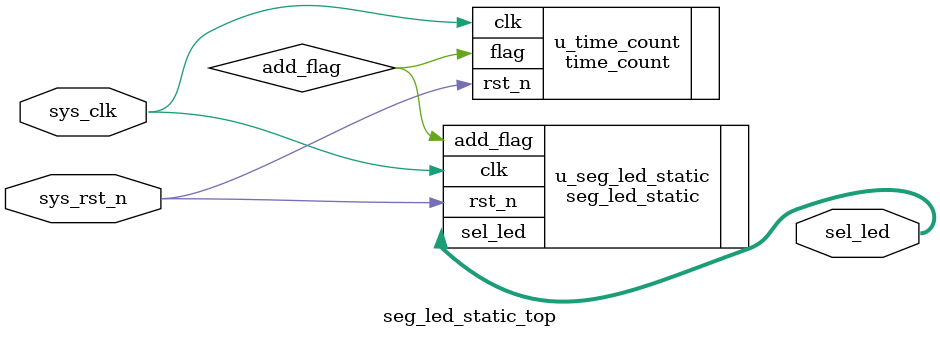
<source format=v>
module seg_led_static_top(
	//输入信号定义
	input sys_clk,//系统时钟信号
	input sys_rst_n,//系统复位信号
	
	//输出信号定义
	//output sel,//数码管显示控制（位选信号）
	output [6:0] sel_led//数码管显示数据（段选信号）
	
);

//参数数据类型的数据定义
//时间的计算：填写的数值=需要的时间/（20ns）
parameter TIME_SHOW=25'd25000_000;//每个数字显示的时间
//线网类型数据定义
//wire add_flag;//增1标志信号
reg add_flag;
//*************************
//     main code
//*************************
//数码管静态显示模块例化
seg_led_static u_seg_led_static(
	.clk (sys_clk),
	.rst_n (sys_rst_n),
	
	//.sel (sel),
	.sel_led (sel_led),
	.add_flag (add_flag)
);
//计时模块例化
time_count #(.MAX_NUM(TIME_SHOW)
) u_time_count(
	.clk (sys_clk),
	.rst_n (sys_rst_n),
	
	.flag (add_flag)
);

endmodule
</source>
